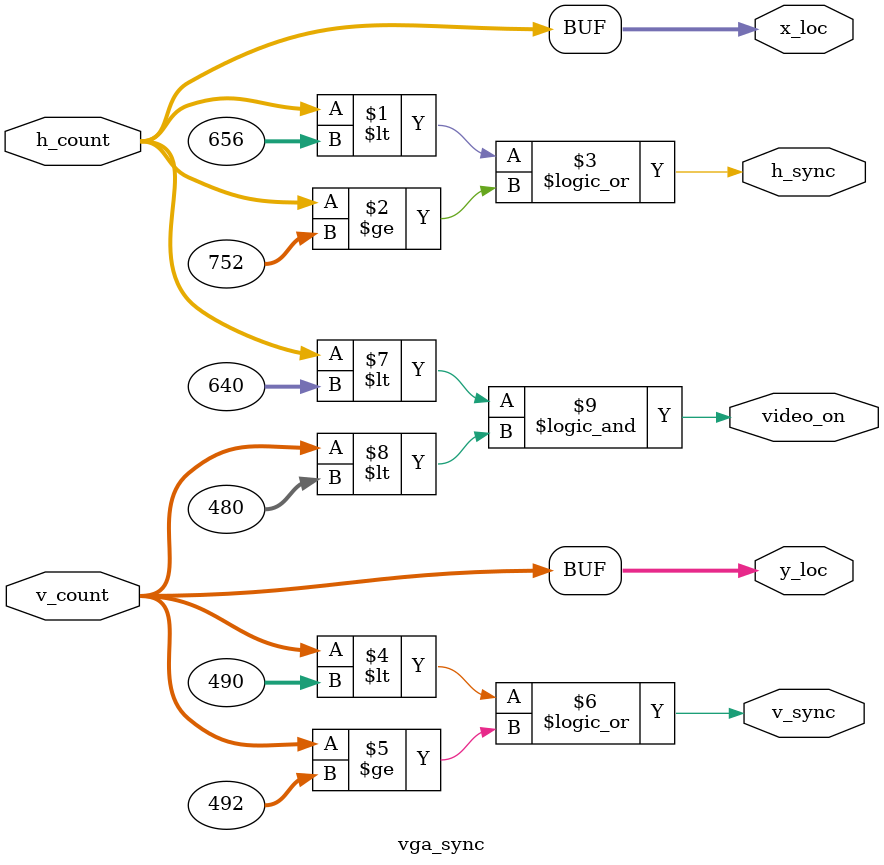
<source format=v>
`timescale 1ns / 1ps
module vga_sync (
  input [9:0] h_count,
  input [9:0] v_count,
  output h_sync,
  output v_sync,
  output video_on,
  output [9:0] x_loc,
  output [9:0] y_loc
);
  
  //horizontal
  localparam HD = 640; //display horizontal
  localparam HF = 16; //front porch
  localparam HB = 48; //back porch
  localparam HR = 96; //retrace
  
  //vertical
  localparam VD = 480; //vertical display
  localparam VF = 10; 
  localparam VB = 33; 
  localparam VR = 2;
  
  assign h_sync = ((h_count < (HD+HF)) || (h_count >= (HD+HF+HR)));
  
  assign v_sync = ((v_count < (VD+VF)) || (v_count >= (VD+VF+VR)));
  
  assign video_on = ((h_count < HD) && (v_count < VD)); 
  
  
  assign x_loc = h_count;
  assign y_loc = v_count;
  
endmodule
</source>
